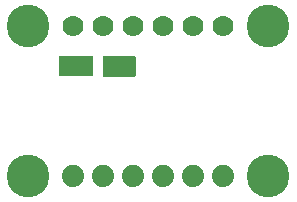
<source format=gbr>
G04 EAGLE Gerber RS-274X export*
G75*
%MOMM*%
%FSLAX34Y34*%
%LPD*%
%INSoldermask Bottom*%
%IPPOS*%
%AMOC8*
5,1,8,0,0,1.08239X$1,22.5*%
G01*
%ADD10C,1.778000*%
%ADD11C,1.879600*%
%ADD12C,3.617600*%
%ADD13R,2.921000X1.651000*%

G36*
X115053Y109236D02*
X115053Y109236D01*
X115172Y109243D01*
X115210Y109256D01*
X115251Y109261D01*
X115361Y109304D01*
X115474Y109341D01*
X115509Y109363D01*
X115546Y109378D01*
X115642Y109448D01*
X115743Y109511D01*
X115771Y109541D01*
X115804Y109564D01*
X115880Y109656D01*
X115961Y109743D01*
X115981Y109778D01*
X116006Y109809D01*
X116057Y109917D01*
X116115Y110021D01*
X116125Y110061D01*
X116142Y110097D01*
X116164Y110214D01*
X116194Y110329D01*
X116198Y110390D01*
X116202Y110410D01*
X116200Y110430D01*
X116204Y110490D01*
X116204Y125730D01*
X116189Y125848D01*
X116182Y125967D01*
X116169Y126005D01*
X116164Y126046D01*
X116121Y126156D01*
X116084Y126269D01*
X116062Y126304D01*
X116047Y126341D01*
X115978Y126437D01*
X115914Y126538D01*
X115884Y126566D01*
X115861Y126599D01*
X115769Y126675D01*
X115682Y126756D01*
X115647Y126776D01*
X115616Y126801D01*
X115508Y126852D01*
X115404Y126910D01*
X115364Y126920D01*
X115328Y126937D01*
X115211Y126959D01*
X115096Y126989D01*
X115036Y126993D01*
X115016Y126997D01*
X114995Y126995D01*
X114935Y126999D01*
X89535Y126999D01*
X89417Y126984D01*
X89298Y126977D01*
X89260Y126964D01*
X89219Y126959D01*
X89109Y126916D01*
X88996Y126879D01*
X88961Y126857D01*
X88924Y126842D01*
X88828Y126773D01*
X88727Y126709D01*
X88699Y126679D01*
X88666Y126656D01*
X88591Y126564D01*
X88509Y126477D01*
X88489Y126442D01*
X88464Y126411D01*
X88413Y126303D01*
X88355Y126199D01*
X88345Y126159D01*
X88328Y126123D01*
X88306Y126006D01*
X88276Y125891D01*
X88272Y125831D01*
X88268Y125811D01*
X88269Y125804D01*
X88268Y125802D01*
X88269Y125786D01*
X88266Y125730D01*
X88266Y110490D01*
X88281Y110372D01*
X88288Y110253D01*
X88301Y110215D01*
X88306Y110174D01*
X88349Y110064D01*
X88386Y109951D01*
X88408Y109916D01*
X88423Y109879D01*
X88493Y109783D01*
X88556Y109682D01*
X88586Y109654D01*
X88609Y109621D01*
X88701Y109546D01*
X88788Y109464D01*
X88823Y109444D01*
X88854Y109419D01*
X88962Y109368D01*
X89066Y109310D01*
X89106Y109300D01*
X89142Y109283D01*
X89259Y109261D01*
X89374Y109231D01*
X89435Y109227D01*
X89455Y109223D01*
X89475Y109225D01*
X89535Y109221D01*
X114935Y109221D01*
X115053Y109236D01*
G37*
D10*
X63500Y152400D03*
X88900Y152400D03*
X114300Y152400D03*
X139700Y152400D03*
X165100Y152400D03*
X190500Y152400D03*
D11*
X63500Y25400D03*
X88900Y25400D03*
X114300Y25400D03*
X139700Y25400D03*
X165100Y25400D03*
X190500Y25400D03*
D12*
X25400Y152400D03*
X228600Y152400D03*
X25400Y25400D03*
X228600Y25400D03*
D13*
X66040Y118110D03*
M02*

</source>
